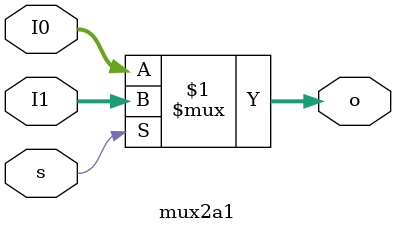
<source format=v>
module Cpu(clock, reset, Address, DataMem, cs,rw,oe);
    // para la ram
    parameter ABus=5, DBus=5;
    input clock, reset;
    inout [DBus-1:0] DataMem;
    output [ABus-1:0] Address;
    output cs, rw, oe; 

    reg [DBus-1:0] IR, PC, MAR, A;  // registros de la cpu

    wire [DBus-1:0] wPC, /* conexion del mux al PC */
			wMAR, /* conexion del mux a MAR */
			wA,   /* conexion del mux a A */
    			AluOut, /* salida de la alu */
			wAalu, wBalu;  /* entradas de la alu */
			

    //seniales de control
    wire MARL, SMMAR, MRW, MCS, IRL, PCL, SMPC, SMALUA, SMALUB, AL, SMA, CLKMASK, OPALU;

    controlUnit ucontrol(clock, reset, IR,
	MARL, SMMAR, MRW, MCS, IRL, PCL, SMPC, SMALUA, SMALUB, AL, SMA, CLKMASK, OPALU
	);

	   // mux2a1(I0, I1, s, o);
    mux2a1 MuxPC(DataMem, AluOut, SMPC, wPC);
    mux2a1 MuxMAR(DataMem, PC, SMMAR, wMAR);
    mux2a1 MuxA(DataMem, AluOut, SMA, wA);
    mux2a1 MuxAalu(PC, A, SMALUA, wAalu);
    mux2a1 MuxBalu(1, DataMem, SMALUB, wBalu);
    alu alu0(AluOut, AluSel, wAalu, wBalu);
	//alu(AluOut, AluSel, Aalu, Balu);

    always @(posedge reset) begin PC=0; MAR=1; A=2; IR=9; end

    always @(posedge clock) begin
	if(MARL) MAR<=wMAR;
	if(IRL)  IR<=DataMem;
	if(AL)	 A<=wA;
	if(PCL)	 PC<=wPC;
    end
	
    initial begin
	#298;
	//forever begin
		#10 $monitor("cpu %4t: MARL=%d, SMMAR=%d, IRL=%d, PCL=%d, SMPC=%d, SMALUA=%d, SMALUB=%d, OPALU=%d, AL=%d, SMA=%d, CLKMASK=%d, MRW=%d, MCS=%d\n\tRegistros: PC=%d, MAR=%d A=%d, IR=%d", 
		$time,MARL, SMMAR, IRL, PCL, SMPC, SMALUA, SMALUB, OPALU, AL, SMA, CLKMASK, MRW, MCS, PC, MAR, A, IR);
	//end
    end
endmodule

module mux2a1(I0, I1, s, o);
	parameter Bus=5;
	input [Bus-1:0] I0, I1;
	input s;
	output [Bus-1:0] o;
	assign o = s ? I1 : I0;
endmodule

</source>
